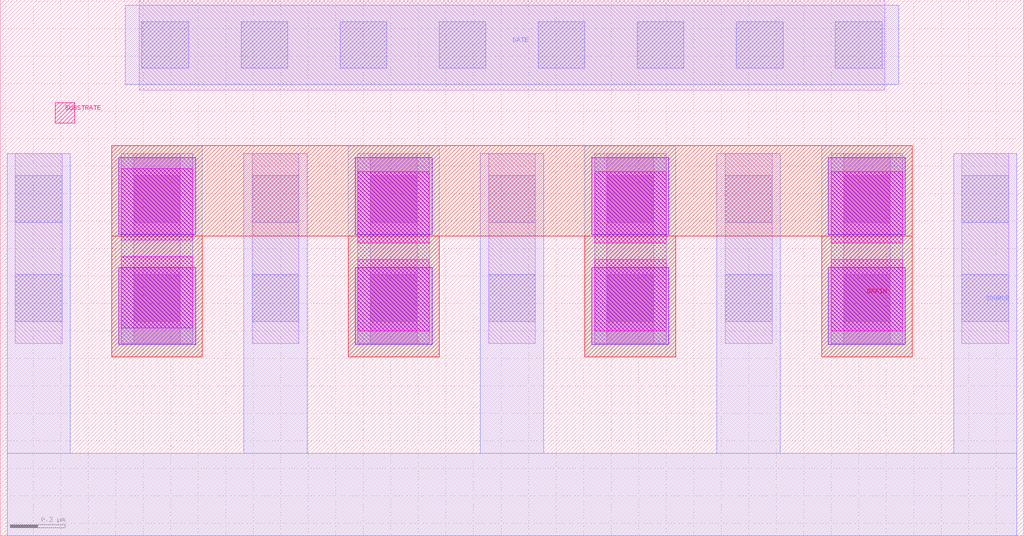
<source format=lef>
# Copyright 2020 The SkyWater PDK Authors
#
# Licensed under the Apache License, Version 2.0 (the "License");
# you may not use this file except in compliance with the License.
# You may obtain a copy of the License at
#
#     https://www.apache.org/licenses/LICENSE-2.0
#
# Unless required by applicable law or agreed to in writing, software
# distributed under the License is distributed on an "AS IS" BASIS,
# WITHOUT WARRANTIES OR CONDITIONS OF ANY KIND, either express or implied.
# See the License for the specific language governing permissions and
# limitations under the License.
#
# SPDX-License-Identifier: Apache-2.0

VERSION 5.7 ;
  NOWIREEXTENSIONATPIN ON ;
  DIVIDERCHAR "/" ;
  BUSBITCHARS "[]" ;
MACRO sky130_fd_pr__rf_nfet_01v8_lvt_aF08W0p84L0p15
  CLASS BLOCK ;
  FOREIGN sky130_fd_pr__rf_nfet_01v8_lvt_aF08W0p84L0p15 ;
  ORIGIN -0.180000  0.445000 ;
  SIZE  3.720000 BY  1.950000 ;
  PIN DRAIN
    ANTENNADIFFAREA  0.940800 ;
    PORT
      LAYER met3 ;
        RECT 0.585000 0.205000 0.915000 0.645000 ;
        RECT 0.585000 0.645000 3.495000 0.975000 ;
        RECT 1.445000 0.205000 1.775000 0.645000 ;
        RECT 2.305000 0.205000 2.635000 0.645000 ;
        RECT 3.165000 0.205000 3.495000 0.645000 ;
    END
  END DRAIN
  PIN GATE
    ANTENNAGATEAREA  1.008000 ;
    PORT
      LAYER met1 ;
        RECT 0.635000 1.195000 3.445000 1.485000 ;
    END
  END GATE
  PIN SOURCE
    ANTENNADIFFAREA  1.176000 ;
    PORT
      LAYER met1 ;
        RECT 0.205000 -0.445000 3.875000 -0.145000 ;
        RECT 0.205000 -0.145000 0.435000  0.945000 ;
        RECT 1.065000 -0.145000 1.295000  0.945000 ;
        RECT 1.925000 -0.145000 2.155000  0.945000 ;
        RECT 2.785000 -0.145000 3.015000  0.945000 ;
        RECT 3.645000 -0.145000 3.875000  0.945000 ;
    END
  END SOURCE
  PIN SUBSTRATE
    PORT
      LAYER pwell ;
        RECT 0.380000 1.055000 0.450000 1.130000 ;
    END
  END SUBSTRATE
  OBS
    LAYER li1 ;
      RECT 0.235000 0.255000 0.405000 0.945000 ;
      RECT 0.665000 0.255000 0.835000 0.945000 ;
      RECT 0.685000 1.175000 3.395000 1.505000 ;
      RECT 1.095000 0.255000 1.265000 0.945000 ;
      RECT 1.525000 0.255000 1.695000 0.945000 ;
      RECT 1.955000 0.255000 2.125000 0.945000 ;
      RECT 2.385000 0.255000 2.555000 0.945000 ;
      RECT 2.815000 0.255000 2.985000 0.945000 ;
      RECT 3.245000 0.255000 3.415000 0.945000 ;
      RECT 3.675000 0.255000 3.845000 0.945000 ;
    LAYER mcon ;
      RECT 0.235000 0.335000 0.405000 0.505000 ;
      RECT 0.235000 0.695000 0.405000 0.865000 ;
      RECT 0.665000 0.335000 0.835000 0.505000 ;
      RECT 0.665000 0.695000 0.835000 0.865000 ;
      RECT 0.695000 1.255000 0.865000 1.425000 ;
      RECT 1.055000 1.255000 1.225000 1.425000 ;
      RECT 1.095000 0.335000 1.265000 0.505000 ;
      RECT 1.095000 0.695000 1.265000 0.865000 ;
      RECT 1.415000 1.255000 1.585000 1.425000 ;
      RECT 1.525000 0.335000 1.695000 0.505000 ;
      RECT 1.525000 0.695000 1.695000 0.865000 ;
      RECT 1.775000 1.255000 1.945000 1.425000 ;
      RECT 1.955000 0.335000 2.125000 0.505000 ;
      RECT 1.955000 0.695000 2.125000 0.865000 ;
      RECT 2.135000 1.255000 2.305000 1.425000 ;
      RECT 2.385000 0.335000 2.555000 0.505000 ;
      RECT 2.385000 0.695000 2.555000 0.865000 ;
      RECT 2.495000 1.255000 2.665000 1.425000 ;
      RECT 2.815000 0.335000 2.985000 0.505000 ;
      RECT 2.815000 0.695000 2.985000 0.865000 ;
      RECT 2.855000 1.255000 3.025000 1.425000 ;
      RECT 3.215000 1.255000 3.385000 1.425000 ;
      RECT 3.245000 0.335000 3.415000 0.505000 ;
      RECT 3.245000 0.695000 3.415000 0.865000 ;
      RECT 3.675000 0.335000 3.845000 0.505000 ;
      RECT 3.675000 0.695000 3.845000 0.865000 ;
    LAYER met1 ;
      RECT 0.620000 0.255000 0.880000 0.945000 ;
      RECT 1.480000 0.255000 1.740000 0.945000 ;
      RECT 2.340000 0.255000 2.600000 0.945000 ;
      RECT 3.200000 0.255000 3.460000 0.945000 ;
    LAYER met2 ;
      RECT 0.585000 0.205000 0.915000 0.975000 ;
      RECT 1.445000 0.205000 1.775000 0.975000 ;
      RECT 2.305000 0.205000 2.635000 0.975000 ;
      RECT 3.165000 0.205000 3.495000 0.975000 ;
    LAYER via ;
      RECT 0.620000 0.310000 0.880000 0.570000 ;
      RECT 0.620000 0.630000 0.880000 0.890000 ;
      RECT 1.480000 0.300000 1.740000 0.560000 ;
      RECT 1.480000 0.620000 1.740000 0.880000 ;
      RECT 2.340000 0.300000 2.600000 0.560000 ;
      RECT 2.340000 0.620000 2.600000 0.880000 ;
      RECT 3.200000 0.300000 3.460000 0.560000 ;
      RECT 3.200000 0.620000 3.460000 0.880000 ;
    LAYER via2 ;
      RECT 0.610000 0.250000 0.890000 0.530000 ;
      RECT 0.610000 0.650000 0.890000 0.930000 ;
      RECT 1.470000 0.250000 1.750000 0.530000 ;
      RECT 1.470000 0.650000 1.750000 0.930000 ;
      RECT 2.330000 0.250000 2.610000 0.530000 ;
      RECT 2.330000 0.650000 2.610000 0.930000 ;
      RECT 3.190000 0.250000 3.470000 0.530000 ;
      RECT 3.190000 0.650000 3.470000 0.930000 ;
  END
END sky130_fd_pr__rf_nfet_01v8_lvt_aF08W0p84L0p15
END LIBRARY

</source>
